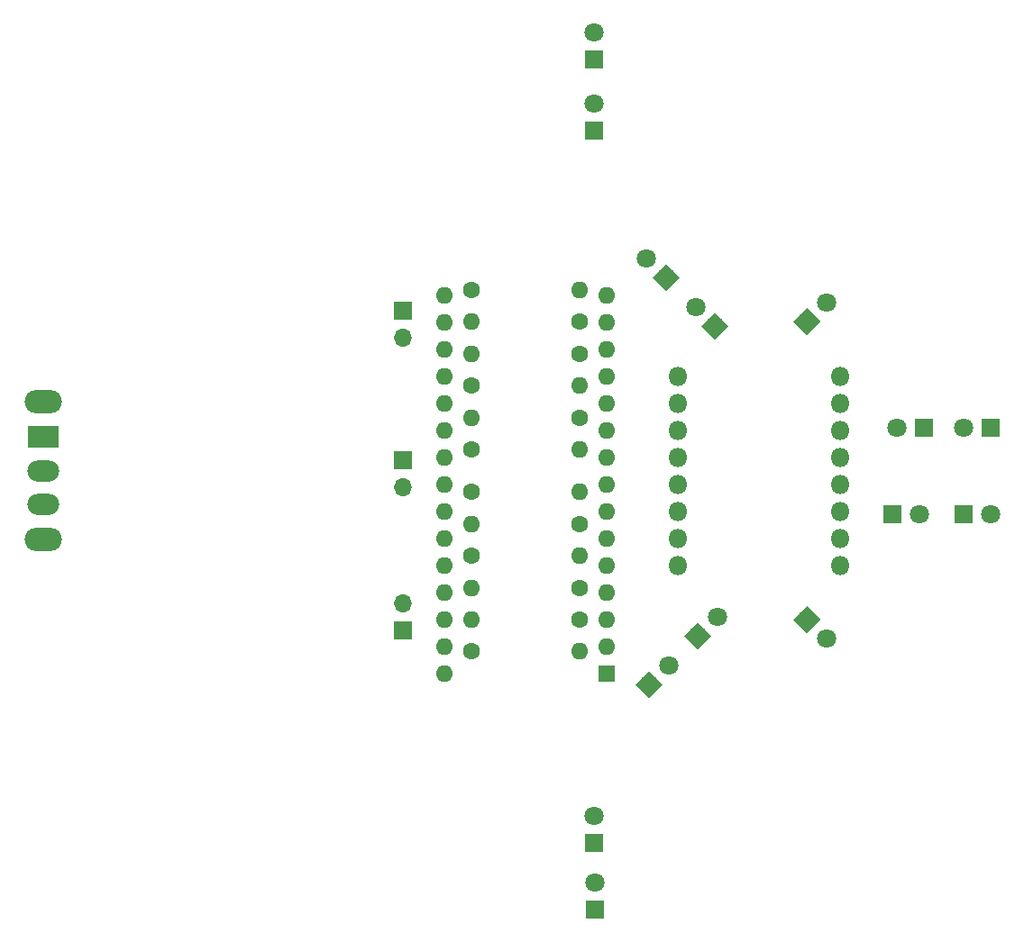
<source format=gbr>
G04 #@! TF.GenerationSoftware,KiCad,Pcbnew,(5.0.1)-3*
G04 #@! TF.CreationDate,2018-12-17T15:05:50+08:00*
G04 #@! TF.ProjectId,Micromouse_V01,4D6963726F6D6F7573655F5630312E6B,rev?*
G04 #@! TF.SameCoordinates,Original*
G04 #@! TF.FileFunction,Copper,L2,Bot,Signal*
G04 #@! TF.FilePolarity,Positive*
%FSLAX46Y46*%
G04 Gerber Fmt 4.6, Leading zero omitted, Abs format (unit mm)*
G04 Created by KiCad (PCBNEW (5.0.1)-3) date 12/17/2018 3:05:50 PM*
%MOMM*%
%LPD*%
G01*
G04 APERTURE LIST*
G04 #@! TA.AperFunction,ComponentPad*
%ADD10C,1.800000*%
G04 #@! TD*
G04 #@! TA.AperFunction,ComponentPad*
%ADD11R,1.800000X1.800000*%
G04 #@! TD*
G04 #@! TA.AperFunction,Conductor*
%ADD12C,0.100000*%
G04 #@! TD*
G04 #@! TA.AperFunction,ComponentPad*
%ADD13O,1.600000X1.600000*%
G04 #@! TD*
G04 #@! TA.AperFunction,ComponentPad*
%ADD14C,1.600000*%
G04 #@! TD*
G04 #@! TA.AperFunction,ComponentPad*
%ADD15R,1.700000X1.700000*%
G04 #@! TD*
G04 #@! TA.AperFunction,ComponentPad*
%ADD16O,1.700000X1.700000*%
G04 #@! TD*
G04 #@! TA.AperFunction,ComponentPad*
%ADD17O,1.800000X1.800000*%
G04 #@! TD*
G04 #@! TA.AperFunction,ComponentPad*
%ADD18R,1.600000X1.600000*%
G04 #@! TD*
G04 #@! TA.AperFunction,ComponentPad*
%ADD19O,3.500000X2.200000*%
G04 #@! TD*
G04 #@! TA.AperFunction,ComponentPad*
%ADD20O,3.000000X2.000000*%
G04 #@! TD*
G04 #@! TA.AperFunction,ComponentPad*
%ADD21R,3.000000X2.000000*%
G04 #@! TD*
G04 APERTURE END LIST*
D10*
G04 #@! TO.P,D1,2*
G04 #@! TO.N,GND*
X84000000Y-48760000D03*
D11*
G04 #@! TO.P,D1,1*
G04 #@! TO.N,/A1*
X84000000Y-51300000D03*
G04 #@! TD*
G04 #@! TO.P,D2,1*
G04 #@! TO.N,GND*
X115000000Y-86000000D03*
D10*
G04 #@! TO.P,D2,2*
G04 #@! TO.N,Net-(D2-Pad2)*
X112460000Y-86000000D03*
G04 #@! TD*
G04 #@! TO.P,D3,1*
G04 #@! TO.N,/A2*
X95300000Y-76400000D03*
D12*
G04 #@! TD*
G04 #@! TO.N,/A2*
G04 #@! TO.C,D3*
G36*
X96572792Y-76400000D02*
X95300000Y-77672792D01*
X94027208Y-76400000D01*
X95300000Y-75127208D01*
X96572792Y-76400000D01*
X96572792Y-76400000D01*
G37*
D10*
G04 #@! TO.P,D3,2*
G04 #@! TO.N,GND*
X93503949Y-74603949D03*
G04 #@! TD*
G04 #@! TO.P,D4,2*
G04 #@! TO.N,Net-(D4-Pad2)*
X114540000Y-94100000D03*
D11*
G04 #@! TO.P,D4,1*
G04 #@! TO.N,GND*
X112000000Y-94100000D03*
G04 #@! TD*
D10*
G04 #@! TO.P,D5,2*
G04 #@! TO.N,GND*
X118660000Y-86000000D03*
D11*
G04 #@! TO.P,D5,1*
G04 #@! TO.N,/A3*
X121200000Y-86000000D03*
G04 #@! TD*
D10*
G04 #@! TO.P,D6,1*
G04 #@! TO.N,GND*
X89175000Y-110075000D03*
D12*
G04 #@! TD*
G04 #@! TO.N,GND*
G04 #@! TO.C,D6*
G36*
X89175000Y-111347792D02*
X87902208Y-110075000D01*
X89175000Y-108802208D01*
X90447792Y-110075000D01*
X89175000Y-111347792D01*
X89175000Y-111347792D01*
G37*
D10*
G04 #@! TO.P,D6,2*
G04 #@! TO.N,Net-(D6-Pad2)*
X90971051Y-108278949D03*
G04 #@! TD*
D11*
G04 #@! TO.P,D7,1*
G04 #@! TO.N,/A4*
X118650000Y-94100000D03*
D10*
G04 #@! TO.P,D7,2*
G04 #@! TO.N,GND*
X121190000Y-94100000D03*
G04 #@! TD*
G04 #@! TO.P,D9,2*
G04 #@! TO.N,GND*
X95546051Y-103703949D03*
G04 #@! TO.P,D9,1*
G04 #@! TO.N,/A5*
X93750000Y-105500000D03*
D12*
G04 #@! TD*
G04 #@! TO.N,/A5*
G04 #@! TO.C,D9*
G36*
X93750000Y-106772792D02*
X92477208Y-105500000D01*
X93750000Y-104227208D01*
X95022792Y-105500000D01*
X93750000Y-106772792D01*
X93750000Y-106772792D01*
G37*
D11*
G04 #@! TO.P,D10,1*
G04 #@! TO.N,GND*
X84000000Y-125000000D03*
D10*
G04 #@! TO.P,D10,2*
G04 #@! TO.N,Net-(D10-Pad2)*
X84000000Y-122460000D03*
G04 #@! TD*
D11*
G04 #@! TO.P,D11,1*
G04 #@! TO.N,/A6*
X84050000Y-131300000D03*
D10*
G04 #@! TO.P,D11,2*
G04 #@! TO.N,GND*
X84050000Y-128760000D03*
G04 #@! TD*
G04 #@! TO.P,D12,1*
G04 #@! TO.N,GND*
X90725000Y-71825000D03*
D12*
G04 #@! TD*
G04 #@! TO.N,GND*
G04 #@! TO.C,D12*
G36*
X91997792Y-71825000D02*
X90725000Y-73097792D01*
X89452208Y-71825000D01*
X90725000Y-70552208D01*
X91997792Y-71825000D01*
X91997792Y-71825000D01*
G37*
D10*
G04 #@! TO.P,D12,2*
G04 #@! TO.N,Net-(D12-Pad2)*
X88928949Y-70028949D03*
G04 #@! TD*
G04 #@! TO.P,D13,2*
G04 #@! TO.N,Net-(D13-Pad2)*
X84000000Y-55460000D03*
D11*
G04 #@! TO.P,D13,1*
G04 #@! TO.N,GND*
X84000000Y-58000000D03*
G04 #@! TD*
D13*
G04 #@! TO.P,R1,2*
G04 #@! TO.N,/A1*
X82580000Y-73000000D03*
D14*
G04 #@! TO.P,R1,1*
G04 #@! TO.N,+5V*
X72420000Y-73000000D03*
G04 #@! TD*
D13*
G04 #@! TO.P,R2,2*
G04 #@! TO.N,+5V*
X72420000Y-85000000D03*
D14*
G04 #@! TO.P,R2,1*
G04 #@! TO.N,Net-(D2-Pad2)*
X82580000Y-85000000D03*
G04 #@! TD*
G04 #@! TO.P,R3,1*
G04 #@! TO.N,+5V*
X72420000Y-82000000D03*
D13*
G04 #@! TO.P,R3,2*
G04 #@! TO.N,/A2*
X82580000Y-82000000D03*
G04 #@! TD*
D14*
G04 #@! TO.P,R4,1*
G04 #@! TO.N,Net-(D4-Pad2)*
X82580000Y-95000000D03*
D13*
G04 #@! TO.P,R4,2*
G04 #@! TO.N,+5V*
X72420000Y-95000000D03*
G04 #@! TD*
D14*
G04 #@! TO.P,R5,1*
G04 #@! TO.N,+5V*
X72420000Y-88000000D03*
D13*
G04 #@! TO.P,R5,2*
G04 #@! TO.N,/A3*
X82580000Y-88000000D03*
G04 #@! TD*
G04 #@! TO.P,R6,2*
G04 #@! TO.N,+5V*
X72420000Y-101000000D03*
D14*
G04 #@! TO.P,R6,1*
G04 #@! TO.N,Net-(D6-Pad2)*
X82580000Y-101000000D03*
G04 #@! TD*
D13*
G04 #@! TO.P,R7,2*
G04 #@! TO.N,/A4*
X82580000Y-92000000D03*
D14*
G04 #@! TO.P,R7,1*
G04 #@! TO.N,+5V*
X72420000Y-92000000D03*
G04 #@! TD*
G04 #@! TO.P,R9,1*
G04 #@! TO.N,+5V*
X72420000Y-98000000D03*
D13*
G04 #@! TO.P,R9,2*
G04 #@! TO.N,/A5*
X82580000Y-98000000D03*
G04 #@! TD*
G04 #@! TO.P,R10,2*
G04 #@! TO.N,+5V*
X72420000Y-104000000D03*
D14*
G04 #@! TO.P,R10,1*
G04 #@! TO.N,Net-(D10-Pad2)*
X82580000Y-104000000D03*
G04 #@! TD*
D13*
G04 #@! TO.P,R11,2*
G04 #@! TO.N,/A6*
X82580000Y-107000000D03*
D14*
G04 #@! TO.P,R11,1*
G04 #@! TO.N,+5V*
X72420000Y-107000000D03*
G04 #@! TD*
G04 #@! TO.P,R12,1*
G04 #@! TO.N,Net-(D12-Pad2)*
X82580000Y-79000000D03*
D13*
G04 #@! TO.P,R12,2*
G04 #@! TO.N,+5V*
X72420000Y-79000000D03*
G04 #@! TD*
D14*
G04 #@! TO.P,R13,1*
G04 #@! TO.N,Net-(D13-Pad2)*
X82580000Y-76000000D03*
D13*
G04 #@! TO.P,R13,2*
G04 #@! TO.N,+5V*
X72420000Y-76000000D03*
G04 #@! TD*
D15*
G04 #@! TO.P,BT1,1*
G04 #@! TO.N,Net-(BT1-Pad1)*
X66000000Y-89000000D03*
D16*
G04 #@! TO.P,BT1,2*
G04 #@! TO.N,GND*
X66000000Y-91540000D03*
G04 #@! TD*
D15*
G04 #@! TO.P,M1,1*
G04 #@! TO.N,N/C*
X66000000Y-75000000D03*
D16*
G04 #@! TO.P,M1,2*
X66000000Y-77540000D03*
G04 #@! TD*
G04 #@! TO.P,M2,2*
G04 #@! TO.N,N/C*
X66000000Y-102460000D03*
D15*
G04 #@! TO.P,M2,1*
X66000000Y-105000000D03*
G04 #@! TD*
D17*
G04 #@! TO.P,U1,17*
G04 #@! TO.N,N/C*
X91880000Y-88730000D03*
G04 #@! TO.P,U1,16*
X91880000Y-86190000D03*
G04 #@! TO.P,U1,15*
X91880000Y-83650000D03*
G04 #@! TO.P,U1,9*
X91880000Y-81110000D03*
G04 #@! TO.P,U1,22*
X91880000Y-96350000D03*
G04 #@! TO.P,U1,19*
X91880000Y-91270000D03*
G04 #@! TO.P,U1,21*
X91880000Y-93810000D03*
G04 #@! TO.P,U1,23*
X91880000Y-98890000D03*
G04 #@! TO.P,U1,7*
X107120000Y-86190000D03*
G04 #@! TO.P,U1,4*
X107120000Y-81110000D03*
G04 #@! TO.P,U1,11*
X107120000Y-83650000D03*
G04 #@! TO.P,U1,5*
X107120000Y-88730000D03*
G04 #@! TO.P,U1,14*
X107120000Y-98890000D03*
G04 #@! TO.P,U1,18*
X107120000Y-93810000D03*
G04 #@! TO.P,U1,20*
X107120000Y-96350000D03*
G04 #@! TO.P,U1,1*
X107120000Y-91270000D03*
G04 #@! TD*
D13*
G04 #@! TO.P,A1,16*
G04 #@! TO.N,N/C*
X69880000Y-73490000D03*
G04 #@! TO.P,A1,15*
X85120000Y-73490000D03*
G04 #@! TO.P,A1,30*
G04 #@! TO.N,/VCC*
X69880000Y-109050000D03*
G04 #@! TO.P,A1,14*
G04 #@! TO.N,N/C*
X85120000Y-76030000D03*
G04 #@! TO.P,A1,29*
G04 #@! TO.N,GND*
X69880000Y-106510000D03*
G04 #@! TO.P,A1,13*
G04 #@! TO.N,N/C*
X85120000Y-78570000D03*
G04 #@! TO.P,A1,28*
X69880000Y-103970000D03*
G04 #@! TO.P,A1,12*
X85120000Y-81110000D03*
G04 #@! TO.P,A1,27*
G04 #@! TO.N,+5V*
X69880000Y-101430000D03*
G04 #@! TO.P,A1,11*
G04 #@! TO.N,N/C*
X85120000Y-83650000D03*
G04 #@! TO.P,A1,26*
X69880000Y-98890000D03*
G04 #@! TO.P,A1,10*
X85120000Y-86190000D03*
G04 #@! TO.P,A1,25*
X69880000Y-96350000D03*
G04 #@! TO.P,A1,9*
X85120000Y-88730000D03*
G04 #@! TO.P,A1,24*
G04 #@! TO.N,/A5*
X69880000Y-93810000D03*
G04 #@! TO.P,A1,8*
G04 #@! TO.N,N/C*
X85120000Y-91270000D03*
G04 #@! TO.P,A1,23*
G04 #@! TO.N,/A4*
X69880000Y-91270000D03*
G04 #@! TO.P,A1,7*
G04 #@! TO.N,N/C*
X85120000Y-93810000D03*
G04 #@! TO.P,A1,22*
G04 #@! TO.N,/A3*
X69880000Y-88730000D03*
G04 #@! TO.P,A1,6*
G04 #@! TO.N,N/C*
X85120000Y-96350000D03*
G04 #@! TO.P,A1,21*
G04 #@! TO.N,/A2*
X69880000Y-86190000D03*
G04 #@! TO.P,A1,5*
G04 #@! TO.N,N/C*
X85120000Y-98890000D03*
G04 #@! TO.P,A1,20*
G04 #@! TO.N,/A1*
X69880000Y-83650000D03*
G04 #@! TO.P,A1,4*
G04 #@! TO.N,GND*
X85120000Y-101430000D03*
G04 #@! TO.P,A1,19*
G04 #@! TO.N,N/C*
X69880000Y-81110000D03*
G04 #@! TO.P,A1,3*
X85120000Y-103970000D03*
G04 #@! TO.P,A1,18*
X69880000Y-78570000D03*
G04 #@! TO.P,A1,2*
X85120000Y-106510000D03*
G04 #@! TO.P,A1,17*
X69880000Y-76030000D03*
D18*
G04 #@! TO.P,A1,1*
X85120000Y-109050000D03*
G04 #@! TD*
D10*
G04 #@! TO.P,D14,1*
G04 #@! TO.N,N/C*
X104000000Y-76000000D03*
D12*
G04 #@! TD*
G04 #@! TO.N,N/C*
G04 #@! TO.C,D14*
G36*
X104000000Y-77272792D02*
X102727208Y-76000000D01*
X104000000Y-74727208D01*
X105272792Y-76000000D01*
X104000000Y-77272792D01*
X104000000Y-77272792D01*
G37*
D10*
G04 #@! TO.P,D14,2*
G04 #@! TO.N,N/C*
X105796051Y-74203949D03*
G04 #@! TD*
G04 #@! TO.P,D15,2*
G04 #@! TO.N,N/C*
X105796051Y-105796051D03*
G04 #@! TO.P,D15,1*
X104000000Y-104000000D03*
D12*
G04 #@! TD*
G04 #@! TO.N,N/C*
G04 #@! TO.C,D15*
G36*
X102727208Y-104000000D02*
X104000000Y-102727208D01*
X105272792Y-104000000D01*
X104000000Y-105272792D01*
X102727208Y-104000000D01*
X102727208Y-104000000D01*
G37*
D19*
G04 #@! TO.P,J1,*
G04 #@! TO.N,*
X32222500Y-96500000D03*
X32222500Y-83500000D03*
D20*
G04 #@! TO.P,J1,3*
G04 #@! TO.N,N/C*
X32222500Y-93200000D03*
G04 #@! TO.P,J1,2*
G04 #@! TO.N,/VCC*
X32222500Y-90000000D03*
D21*
G04 #@! TO.P,J1,1*
G04 #@! TO.N,Net-(BT1-Pad1)*
X32222500Y-86800000D03*
G04 #@! TD*
M02*

</source>
